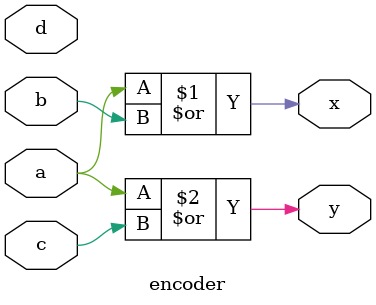
<source format=v>
module encoder(
	input a,b,c,d,
	output x,y
);

assign x = a|b;
assign y = a|c;

endmodule
</source>
